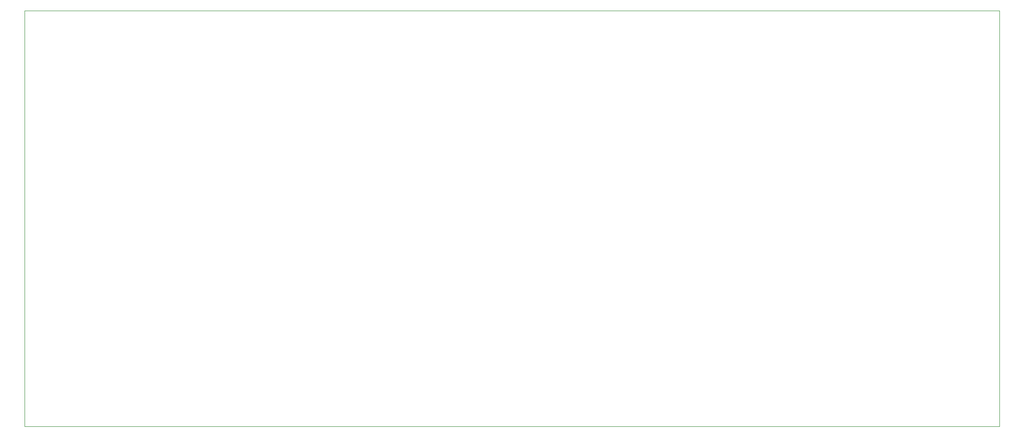
<source format=gbr>
%TF.GenerationSoftware,KiCad,Pcbnew,6.0.11+dfsg-1*%
%TF.CreationDate,2023-07-13T18:49:34+02:00*%
%TF.ProjectId,inversor,696e7665-7273-46f7-922e-6b696361645f,rev?*%
%TF.SameCoordinates,Original*%
%TF.FileFunction,Profile,NP*%
%FSLAX46Y46*%
G04 Gerber Fmt 4.6, Leading zero omitted, Abs format (unit mm)*
G04 Created by KiCad (PCBNEW 6.0.11+dfsg-1) date 2023-07-13 18:49:34*
%MOMM*%
%LPD*%
G01*
G04 APERTURE LIST*
%TA.AperFunction,Profile*%
%ADD10C,0.100000*%
%TD*%
G04 APERTURE END LIST*
D10*
X254000000Y-101500000D02*
X76000000Y-101500000D01*
X76000000Y-101500000D02*
X76000000Y-25500000D01*
X76000000Y-25500000D02*
X254000000Y-25500000D01*
X254000000Y-25500000D02*
X254000000Y-101500000D01*
M02*

</source>
